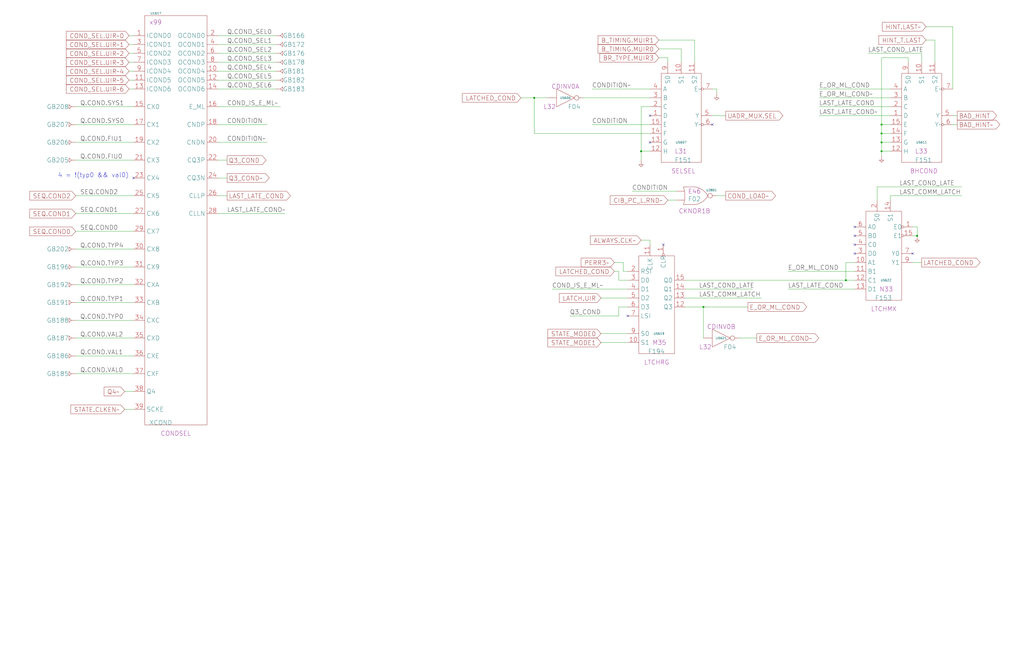
<source format=kicad_sch>
(kicad_sch (version 20230121) (generator eeschema)
  (paper "User" 584.2 378.46)
  (title_block (title "R1000 CONDITION SELECT") (date "22-MAY-90") (rev "1.0") (comment 1 "SEQUENCER") (comment 2 "232-003064") (comment 3 "S400") (comment 4 "RELEASED"))
  (lib_symbols
    (symbol "r1000:F02" (pin_numbers hide) (pin_names hide)
      (property "Reference" "U" (at 12.16 0.635 0))
      (property "Value" "F02" (at -1.27 -4.445 0))
      (property "Location" "___" (at 2.54 0 0))
      (property "Name" "______" (at 2.54 -12.7 0))
      (symbol "F02_0_1"
        (arc (start -3.81 -7.62) (mid -2.9847 -2.54) (end -3.81 2.54) (stroke (width 0.1524)))
        (polyline (pts (xy -5.08 -5.08) (xy -3.175 -5.08)) (stroke (width 0.1524)))
        (polyline (pts (xy -5.08 0) (xy -3.175 0)) (stroke (width 0.1524)))
        (polyline (pts (xy -3.81 -7.62) (xy 2.54 -7.62)) (stroke (width 0.1524)))
        (polyline (pts (xy -3.81 2.54) (xy 2.54 2.54)) (stroke (width 0.1524)))
        (polyline (pts (xy 13.97 -2.54) (xy 12.7 -2.54)) (stroke (width 0.1524)))
        (arc (start 2.54 -7.62) (mid 6.9515 -5.9823) (end 10.16 -2.54) (stroke (width 0.1524)))
        (arc (start 10.16 -2.54) (mid 6.9478 0.8966) (end 2.54 2.54) (stroke (width 0.1524)))
        (circle (center 11.43 -2.54) (radius 1.27) (stroke (width 0.1524)))
      )
      (symbol "F02_0_2"
        (circle (center -3.81 -5.08) (radius 1.27) (stroke (width 0.1524)))
        (circle (center -3.81 0) (radius 1.27) (stroke (width 0.1524)))
        (polyline (pts (xy -2.54 -7.62) (xy 5.08 -7.62)) (stroke (width 0.1524)))
        (polyline (pts (xy -2.54 2.54) (xy -2.54 -7.62)) (stroke (width 0.1524)))
        (polyline (pts (xy -2.54 2.54) (xy 5.08 2.54)) (stroke (width 0.1524)))
        (polyline (pts (xy 11.43 -2.54) (xy 10.16 -2.54)) (stroke (width 0.1524)))
        (polyline (pts (xy 11.43 -2.54) (xy 12.7 -2.54)) (stroke (width 0.1524)))
        (arc (start 5.08 -7.62) (mid 10.1282 -2.54) (end 5.08 2.54) (stroke (width 0.1524)))
      )
      (symbol "F02_1_1"
        (pin input line (at -7.62 0 0) (length 2.54) (name "D0") (number "1"))
        (pin input line (at -7.62 -5.08 0) (length 2.54) (name "D1") (number "2"))
        (pin output line (at 15.24 -2.54 180) (length 1.27) (name "Q") (number "3"))
      )
      (symbol "F02_1_2"
        (pin input line (at -7.62 0 0) (length 2.54) (name "D0") (number "1"))
        (pin input line (at -7.62 -5.08 0) (length 2.54) (name "D1") (number "2"))
        (pin output line (at 15.24 -2.54 180) (length 2.54) (name "Q") (number "3"))
      )
    )
    (symbol "r1000:F04" (pin_numbers hide) (pin_names hide)
      (property "Reference" "U" (at 0 0 0))
      (property "Value" "F04" (at 1.27 -5.08 0))
      (property "Location" "___" (at -12.7 -5.08 0))
      (property "Name" "______" (at 0 5.08 0))
      (symbol "F04_0_1"
        (polyline (pts (xy -7.62 0) (xy -5.08 0)) (stroke (width 0.1524)))
        (polyline (pts (xy -5.08 5.08) (xy -5.08 -5.08)) (stroke (width 0.1524)))
        (polyline (pts (xy 5.08 0) (xy -5.08 -5.08)) (stroke (width 0.1524)))
        (polyline (pts (xy 5.08 0) (xy -5.08 5.08)) (stroke (width 0.1524)))
        (circle (center 6.35 0) (radius 1.27) (stroke (width 0.1524)))
      )
      (symbol "F04_1_1"
        (pin input line (at -10.16 0 0) (length 2.54) (name "D0") (number "1"))
        (pin output line (at 10.16 0 180) (length 2.54) (name "Q") (number "2"))
      )
    )
    (symbol "r1000:F151" (pin_names (offset 1.016))
      (property "Reference" "U" (at 2.54 5.08 0))
      (property "Value" "F151" (at -1.27 -5.08 0))
      (property "Location" "___" (at -1.27 0 0))
      (property "Name" "______" (at 3.81 -12.7 0))
      (symbol "F151_1_1"
        (rectangle (start -8.89 44.45) (end 13.97 -6.35))
        (circle (center 14.605 15.24) (radius 0.635))
        (circle (center 14.605 35.56) (radius 0.635))
        (pin input line (at -15.24 20.32 0) (length 6.35) (name "D") (number "1"))
        (pin input line (at 2.54 50.8 270) (length 6.35) (name "S1") (number "10"))
        (pin input line (at 10.16 50.8 270) (length 6.35) (name "S2") (number "11"))
        (pin input line (at -15.24 0 0) (length 6.35) (name "H") (number "12"))
        (pin input line (at -15.24 5.08 0) (length 6.35) (name "G") (number "13"))
        (pin input line (at -15.24 10.16 0) (length 6.35) (name "F") (number "14"))
        (pin input line (at -15.24 15.24 0) (length 6.35) (name "E") (number "15"))
        (pin input line (at -15.24 25.4 0) (length 6.35) (name "C") (number "2"))
        (pin input line (at -15.24 30.48 0) (length 6.35) (name "B") (number "3"))
        (pin input line (at -15.24 35.56 0) (length 6.35) (name "A") (number "4"))
        (pin output line (at 20.32 20.32 180) (length 6.35) (name "Y") (number "5"))
        (pin output line (at 20.32 15.24 180) (length 5.08) (name "Y~") (number "6"))
        (pin input line (at 20.32 35.56 180) (length 5.08) (name "E~") (number "7"))
        (pin input line (at -5.08 50.8 270) (length 6.35) (name "S0") (number "9"))
      )
    )
    (symbol "r1000:F153" (pin_names (offset 1.016))
      (property "Reference" "U" (at 2.54 5.08 0))
      (property "Value" "F153" (at -3.81 -5.08 0))
      (property "Location" "___" (at -1.27 0 0))
      (property "Name" "______" (at 1.27 -12.7 0))
      (symbol "F153_1_1"
        (rectangle (start -8.89 44.45) (end 11.43 -6.35))
        (circle (center 12.065 30.48) (radius 0.635))
        (circle (center 12.065 35.56) (radius 0.635))
        (pin input line (at 17.78 35.56 180) (length 5.08) (name "E0") (number "1"))
        (pin input line (at -15.24 15.24 0) (length 6.35) (name "A1") (number "10"))
        (pin input line (at -15.24 10.16 0) (length 6.35) (name "B1") (number "11"))
        (pin input line (at -15.24 5.08 0) (length 6.35) (name "C1") (number "12"))
        (pin input line (at -15.24 0 0) (length 6.35) (name "D1") (number "13"))
        (pin input line (at 5.08 50.8 270) (length 6.35) (name "S1") (number "14"))
        (pin input line (at 17.78 30.48 180) (length 5.08) (name "E1") (number "15"))
        (pin input line (at -2.54 50.8 270) (length 6.35) (name "S0") (number "2"))
        (pin input line (at -15.24 20.32 0) (length 6.35) (name "D0") (number "3"))
        (pin input line (at -15.24 25.4 0) (length 6.35) (name "C0") (number "4"))
        (pin input line (at -15.24 30.48 0) (length 6.35) (name "B0") (number "5"))
        (pin input line (at -15.24 35.56 0) (length 6.35) (name "A0") (number "6"))
        (pin output line (at 17.78 20.32 180) (length 6.35) (name "Y0") (number "7"))
        (pin output line (at 17.78 15.24 180) (length 6.35) (name "Y1") (number "9"))
      )
    )
    (symbol "r1000:F194" (pin_names (offset 1.016))
      (property "Reference" "U" (at 2.54 5.08 0))
      (property "Value" "F194" (at -3.81 -5.08 0))
      (property "Location" "___" (at -1.27 0 0))
      (property "Name" "______" (at 1.27 -12.7 0))
      (symbol "F194_1_1"
        (rectangle (start -8.89 49.53) (end 11.43 -6.35))
        (circle (center 5.08 50.165) (radius 0.635))
        (pin input line (at 5.08 55.88 270) (length 5.08) (name "CLR") (number "1"))
        (pin input line (at -15.24 0 0) (length 6.35) (name "S1") (number "10"))
        (pin input line (at -2.54 55.88 270) (length 6.35) (name "CLK") (number "11"))
        (pin output line (at 17.78 20.32 180) (length 6.35) (name "Q3") (number "12"))
        (pin output line (at 17.78 25.4 180) (length 6.35) (name "Q2") (number "13"))
        (pin output line (at 17.78 30.48 180) (length 6.35) (name "Q1") (number "14"))
        (pin output line (at 17.78 35.56 180) (length 6.35) (name "Q0") (number "15"))
        (pin input line (at -15.24 40.64 0) (length 6.35) (name "RSI") (number "2"))
        (pin input line (at -15.24 35.56 0) (length 6.35) (name "D0") (number "3"))
        (pin input line (at -15.24 30.48 0) (length 6.35) (name "D1") (number "4"))
        (pin input line (at -15.24 25.4 0) (length 6.35) (name "D2") (number "5"))
        (pin input line (at -15.24 20.32 0) (length 6.35) (name "D3") (number "6"))
        (pin input line (at -15.24 15.24 0) (length 6.35) (name "LSI") (number "7"))
        (pin input line (at -15.24 5.08 0) (length 6.35) (name "S0") (number "9"))
      )
    )
    (symbol "r1000:GB" (pin_numbers hide) (pin_names (offset 0) hide)
      (property "Reference" "GB" (at 3.81 0 0))
      (symbol "GB_0_1"
        (polyline (pts (xy 2.54 0) (xy 3.81 1.27) (xy 3.81 -1.27) (xy 2.54 0)) (stroke (width 0.1524)))
      )
      (symbol "GB_1_1"
        (pin bidirectional line (at 0 0 0) (length 2.54) (name "") (number "1"))
      )
    )
    (symbol "r1000:PD" (power) (pin_numbers hide) (pin_names hide) (in_bom no)
      (symbol "PD_0_1"
        (polyline (pts (xy 0 -2.54) (xy 1.27 -2.54) (xy 0 -3.81) (xy -1.27 -2.54) (xy 0 -2.54)) (stroke (width 0.1524)))
      )
      (symbol "PD_1_1"
        (pin power_in line (at 0 0 270) (length 2.54) (name "PD") (number "1"))
      )
    )
    (symbol "r1000:XCOND" (pin_names (offset 1.016))
      (property "Reference" "U" (at 2.54 5.08 0))
      (property "Value" "XCOND" (at -1.27 -228.6 0))
      (property "Location" "___" (at -1.27 0 0))
      (property "Name" "______" (at 13.97 -236.22 0))
      (symbol "XCOND_1_1"
        (rectangle (start -3.81 3.81) (end 31.75 -229.87))
        (pin input line (at -10.16 -7.62 0) (length 6.35) (name "ICOND0") (number "1"))
        (pin output line (at 38.1 -27.94 180) (length 6.35) (name "OCOND4") (number "10"))
        (pin input line (at -10.16 -33.02 0) (length 6.35) (name "ICOND5") (number "11"))
        (pin output line (at 38.1 -33.02 180) (length 6.35) (name "OCOND5") (number "12"))
        (pin input line (at -10.16 -38.1 0) (length 6.35) (name "ICOND6") (number "13"))
        (pin output line (at 38.1 -38.1 180) (length 6.35) (name "OCOND6") (number "14"))
        (pin input line (at -10.16 -48.26 0) (length 6.35) (name "CX0") (number "15"))
        (pin output line (at 38.1 -48.26 180) (length 6.35) (name "E_ML") (number "16"))
        (pin input line (at -10.16 -58.42 0) (length 6.35) (name "CX1") (number "17"))
        (pin output line (at 38.1 -58.42 180) (length 6.35) (name "CNDP") (number "18"))
        (pin input line (at -10.16 -68.58 0) (length 6.35) (name "CX2") (number "19"))
        (pin output line (at 38.1 -7.62 180) (length 6.35) (name "OCOND0") (number "2"))
        (pin output line (at 38.1 -68.58 180) (length 6.35) (name "CNDN") (number "20"))
        (pin input line (at -10.16 -78.74 0) (length 6.35) (name "CX3") (number "21"))
        (pin output line (at 38.1 -78.74 180) (length 6.35) (name "CQ3P") (number "22"))
        (pin input line (at -10.16 -88.9 0) (length 6.35) (name "CX4") (number "23"))
        (pin output line (at 38.1 -88.9 180) (length 6.35) (name "CQ3N") (number "24"))
        (pin input line (at -10.16 -99.06 0) (length 6.35) (name "CX5") (number "25"))
        (pin output line (at 38.1 -99.06 180) (length 6.35) (name "CLLP") (number "26"))
        (pin input line (at -10.16 -109.22 0) (length 6.35) (name "CX6") (number "27"))
        (pin output line (at 38.1 -109.22 180) (length 6.35) (name "CLLN") (number "28"))
        (pin input line (at -10.16 -119.38 0) (length 6.35) (name "CX7") (number "29"))
        (pin input line (at -10.16 -12.7 0) (length 6.35) (name "ICOND1") (number "3"))
        (pin input line (at -10.16 -129.54 0) (length 6.35) (name "CX8") (number "30"))
        (pin input line (at -10.16 -139.7 0) (length 6.35) (name "CX9") (number "31"))
        (pin input line (at -10.16 -149.86 0) (length 6.35) (name "CXA") (number "32"))
        (pin input line (at -10.16 -160.02 0) (length 6.35) (name "CXB") (number "33"))
        (pin input line (at -10.16 -170.18 0) (length 6.35) (name "CXC") (number "34"))
        (pin input line (at -10.16 -180.34 0) (length 6.35) (name "CXD") (number "35"))
        (pin input line (at -10.16 -190.5 0) (length 6.35) (name "CXE") (number "36"))
        (pin input line (at -10.16 -200.66 0) (length 6.35) (name "CXF") (number "37"))
        (pin input line (at -10.16 -210.82 0) (length 6.35) (name "Q4") (number "38"))
        (pin input line (at -10.16 -220.98 0) (length 6.35) (name "SCKE") (number "39"))
        (pin output line (at 38.1 -12.7 180) (length 6.35) (name "OCOND1") (number "4"))
        (pin input line (at -10.16 -17.78 0) (length 6.35) (name "ICOND2") (number "5"))
        (pin output line (at 38.1 -17.78 180) (length 6.35) (name "OCOND2") (number "6"))
        (pin input line (at -10.16 -22.86 0) (length 6.35) (name "ICOND3") (number "7"))
        (pin output line (at 38.1 -22.86 180) (length 6.35) (name "OCOND3") (number "8"))
        (pin input line (at -10.16 -27.94 0) (length 6.35) (name "ICOND4") (number "9"))
      )
    )
  )
  (junction (at 502.92 81.28))
  (junction (at 482.6 160.02))
  (junction (at 502.92 71.12))
  (junction (at 502.92 86.36))
  (junction (at 365.76 86.36))
  (junction (at 502.92 76.2))
  (junction (at 523.24 134.62))
  (junction (at 304.8 55.88))
  (junction (at 401.32 175.26))
  (no_connect (at 487.68 139.7))
  (no_connect (at 520.7 144.78))
  (no_connect (at 370.84 66.04))
  (no_connect (at 487.68 144.78))
  (no_connect (at 76.2 101.6))
  (no_connect (at 378.46 139.7))
  (no_connect (at 487.68 134.62))
  (no_connect (at 406.4 71.12))
  (no_connect (at 358.14 180.34))
  (no_connect (at 487.68 129.54))
  (no_connect (at 370.84 81.28))
  (wire (pts (xy 360.68 109.22) (xy 386.08 109.22)))
  (wire (pts (xy 73.66 20.32) (xy 76.2 20.32)))
  (wire (pts (xy 353.06 154.94) (xy 353.06 160.02)))
  (wire (pts (xy 350.52 149.86) (xy 355.6 149.86)))
  (wire (pts (xy 353.06 180.34) (xy 353.06 175.26)))
  (wire (pts (xy 342.9 190.5) (xy 358.14 190.5)))
  (wire (pts (xy 124.46 60.96) (xy 160.02 60.96)))
  (wire (pts (xy 365.76 86.36) (xy 365.76 60.96)))
  (wire (pts (xy 43.18 203.2) (xy 76.2 203.2)))
  (wire (pts (xy 124.46 25.4) (xy 157.48 25.4)))
  (wire (pts (xy 520.7 149.86) (xy 525.78 149.86)))
  (wire (pts (xy 124.46 121.92) (xy 162.56 121.92)))
  (wire (pts (xy 43.18 111.76) (xy 76.2 111.76)))
  (wire (pts (xy 508 111.76) (xy 508 114.3)))
  (wire (pts (xy 342.9 170.18) (xy 358.14 170.18)))
  (wire (pts (xy 518.16 33.02) (xy 518.16 35.56)))
  (wire (pts (xy 502.92 71.12) (xy 502.92 76.2)))
  (wire (pts (xy 502.92 76.2) (xy 508 76.2)))
  (wire (pts (xy 500.38 106.68) (xy 500.38 114.3)))
  (wire (pts (xy 502.92 33.02) (xy 518.16 33.02)))
  (wire (pts (xy 337.82 71.12) (xy 370.84 71.12)))
  (wire (pts (xy 304.8 76.2) (xy 304.8 55.88)))
  (wire (pts (xy 533.4 22.86) (xy 533.4 35.56)))
  (wire (pts (xy 43.18 121.92) (xy 76.2 121.92)))
  (wire (pts (xy 408.94 111.76) (xy 414.02 111.76)))
  (wire (pts (xy 449.58 154.94) (xy 487.68 154.94)))
  (wire (pts (xy 525.78 30.48) (xy 525.78 35.56)))
  (wire (pts (xy 124.46 71.12) (xy 152.4 71.12)))
  (wire (pts (xy 467.36 60.96) (xy 508 60.96)))
  (wire (pts (xy 370.84 76.2) (xy 304.8 76.2)))
  (wire (pts (xy 355.6 149.86) (xy 355.6 154.94)))
  (wire (pts (xy 297.18 55.88) (xy 304.8 55.88)))
  (wire (pts (xy 124.46 45.72) (xy 157.48 45.72)))
  (wire (pts (xy 353.06 175.26) (xy 358.14 175.26)))
  (wire (pts (xy 304.8 55.88) (xy 312.42 55.88)))
  (wire (pts (xy 43.18 162.56) (xy 76.2 162.56)))
  (wire (pts (xy 396.24 22.86) (xy 396.24 35.56)))
  (wire (pts (xy 502.92 86.36) (xy 508 86.36)))
  (wire (pts (xy 73.66 45.72) (xy 76.2 45.72)))
  (wire (pts (xy 73.66 35.56) (xy 76.2 35.56)))
  (wire (pts (xy 43.18 142.24) (xy 76.2 142.24)))
  (wire (pts (xy 124.46 20.32) (xy 157.48 20.32)))
  (wire (pts (xy 467.36 55.88) (xy 508 55.88)))
  (wire (pts (xy 43.18 152.4) (xy 76.2 152.4)))
  (wire (pts (xy 543.56 66.04) (xy 546.1 66.04)))
  (wire (pts (xy 370.84 137.16) (xy 370.84 139.7)))
  (wire (pts (xy 124.46 101.6) (xy 129.54 101.6)))
  (wire (pts (xy 365.76 60.96) (xy 370.84 60.96)))
  (wire (pts (xy 502.92 81.28) (xy 508 81.28)))
  (wire (pts (xy 543.56 15.24) (xy 543.56 50.8)))
  (wire (pts (xy 391.16 165.1) (xy 429.26 165.1)))
  (wire (pts (xy 43.18 182.88) (xy 76.2 182.88)))
  (wire (pts (xy 332.74 55.88) (xy 370.84 55.88)))
  (wire (pts (xy 421.64 193.04) (xy 431.8 193.04)))
  (wire (pts (xy 124.46 50.8) (xy 157.48 50.8)))
  (wire (pts (xy 520.7 134.62) (xy 523.24 134.62)))
  (wire (pts (xy 388.62 27.94) (xy 388.62 35.56)))
  (wire (pts (xy 375.92 22.86) (xy 396.24 22.86)))
  (wire (pts (xy 43.18 71.12) (xy 76.2 71.12)))
  (wire (pts (xy 381 35.56) (xy 381 33.02)))
  (wire (pts (xy 401.32 175.26) (xy 401.32 193.04)))
  (wire (pts (xy 520.7 129.54) (xy 523.24 129.54)))
  (wire (pts (xy 375.92 27.94) (xy 388.62 27.94)))
  (wire (pts (xy 391.16 170.18) (xy 434.34 170.18)))
  (wire (pts (xy 365.76 91.44) (xy 365.76 86.36)))
  (wire (pts (xy 353.06 160.02) (xy 358.14 160.02)))
  (wire (pts (xy 43.18 213.36) (xy 76.2 213.36)))
  (wire (pts (xy 342.9 195.58) (xy 358.14 195.58)))
  (wire (pts (xy 482.6 160.02) (xy 482.6 149.86)))
  (wire (pts (xy 406.4 50.8) (xy 408.94 50.8)))
  (wire (pts (xy 124.46 81.28) (xy 152.4 81.28)))
  (wire (pts (xy 508 111.76) (xy 548.64 111.76)))
  (wire (pts (xy 43.18 81.28) (xy 76.2 81.28)))
  (wire (pts (xy 43.18 132.08) (xy 76.2 132.08)))
  (wire (pts (xy 71.12 223.52) (xy 76.2 223.52)))
  (wire (pts (xy 124.46 111.76) (xy 129.54 111.76)))
  (wire (pts (xy 73.66 50.8) (xy 76.2 50.8)))
  (wire (pts (xy 43.18 193.04) (xy 76.2 193.04)))
  (wire (pts (xy 523.24 129.54) (xy 523.24 134.62)))
  (wire (pts (xy 528.32 15.24) (xy 543.56 15.24)))
  (wire (pts (xy 43.18 91.44) (xy 76.2 91.44)))
  (wire (pts (xy 73.66 30.48) (xy 76.2 30.48)))
  (wire (pts (xy 528.32 22.86) (xy 533.4 22.86)))
  (wire (pts (xy 355.6 154.94) (xy 358.14 154.94)))
  (wire (pts (xy 508 71.12) (xy 502.92 71.12)))
  (wire (pts (xy 495.3 30.48) (xy 525.78 30.48)))
  (wire (pts (xy 467.36 66.04) (xy 508 66.04)))
  (wire (pts (xy 381 33.02) (xy 375.92 33.02)))
  (wire (pts (xy 365.76 86.36) (xy 370.84 86.36)))
  (wire (pts (xy 365.76 137.16) (xy 370.84 137.16)))
  (wire (pts (xy 482.6 160.02) (xy 487.68 160.02)))
  (wire (pts (xy 73.66 40.64) (xy 76.2 40.64)))
  (wire (pts (xy 124.46 35.56) (xy 157.48 35.56)))
  (wire (pts (xy 500.38 106.68) (xy 548.64 106.68)))
  (wire (pts (xy 350.52 154.94) (xy 353.06 154.94)))
  (wire (pts (xy 406.4 66.04) (xy 414.02 66.04)))
  (wire (pts (xy 408.94 50.8) (xy 408.94 53.34)))
  (wire (pts (xy 124.46 91.44) (xy 129.54 91.44)))
  (wire (pts (xy 314.96 165.1) (xy 358.14 165.1)))
  (wire (pts (xy 502.92 86.36) (xy 502.92 88.9)))
  (wire (pts (xy 381 114.3) (xy 386.08 114.3)))
  (wire (pts (xy 401.32 175.26) (xy 426.72 175.26)))
  (wire (pts (xy 43.18 172.72) (xy 76.2 172.72)))
  (wire (pts (xy 502.92 76.2) (xy 502.92 81.28)))
  (wire (pts (xy 502.92 33.02) (xy 502.92 71.12)))
  (wire (pts (xy 391.16 175.26) (xy 401.32 175.26)))
  (wire (pts (xy 502.92 81.28) (xy 502.92 86.36)))
  (wire (pts (xy 43.18 60.96) (xy 76.2 60.96)))
  (wire (pts (xy 543.56 71.12) (xy 546.1 71.12)))
  (wire (pts (xy 71.12 233.68) (xy 76.2 233.68)))
  (wire (pts (xy 449.58 165.1) (xy 487.68 165.1)))
  (wire (pts (xy 467.36 50.8) (xy 508 50.8)))
  (wire (pts (xy 391.16 160.02) (xy 482.6 160.02)))
  (wire (pts (xy 482.6 149.86) (xy 487.68 149.86)))
  (wire (pts (xy 73.66 25.4) (xy 76.2 25.4)))
  (wire (pts (xy 124.46 30.48) (xy 157.48 30.48)))
  (wire (pts (xy 325.12 180.34) (xy 353.06 180.34)))
  (wire (pts (xy 124.46 40.64) (xy 157.48 40.64)))
  (wire (pts (xy 337.82 50.8) (xy 370.84 50.8)))
  (text "4 = !(typ0 && val0)" (at 33.02 101.6 0) (effects (font (size 2.54 2.54)) (justify left bottom)))
  (label "CONDITION" (at 129.54 71.12 0) (effects (font (size 2.54 2.54))))
  (label "Q3_COND" (at 325.12 180.34 0) (effects (font (size 2.54 2.54))))
  (label "LAST_COMM_LATCH" (at 398.78 170.18 0) (effects (font (size 2.54 2.54))))
  (label "CONDITION" (at 337.82 71.12 0) (effects (font (size 2.54 2.54))))
  (label "Q.COND_SEL2" (at 129.54 30.48 0) (effects (font (size 2.54 2.54))))
  (label "E_OR_ML_COND~" (at 467.36 55.88 0) (effects (font (size 2.54 2.54))))
  (label "LAST_COMM_LATCH" (at 513.08 111.76 0) (effects (font (size 2.54 2.54))))
  (label "COND_IS_E_ML~" (at 129.54 60.96 0) (effects (font (size 2.54 2.54))))
  (label "Q.COND.SYS0" (at 45.72 71.12 0) (effects (font (size 2.54 2.54))))
  (label "LAST_LATE_COND~" (at 129.54 121.92 0) (effects (font (size 2.54 2.54))))
  (label "Q.COND.VAL1" (at 45.72 203.2 0) (effects (font (size 2.54 2.54))))
  (label "SEQ.COND1" (at 45.72 121.92 0) (effects (font (size 2.54 2.54))))
  (label "Q.COND.TYP1" (at 45.72 172.72 0) (effects (font (size 2.54 2.54))))
  (label "Q.COND_SEL1" (at 129.54 25.4 0) (effects (font (size 2.54 2.54))))
  (label "Q.COND.VAL0" (at 45.72 213.36 0) (effects (font (size 2.54 2.54))))
  (label "Q.COND_SEL4" (at 129.54 40.64 0) (effects (font (size 2.54 2.54))))
  (label "CONDITION~" (at 129.54 81.28 0) (effects (font (size 2.54 2.54))))
  (label "Q.COND_SEL5" (at 129.54 45.72 0) (effects (font (size 2.54 2.54))))
  (label "E_OR_ML_COND" (at 449.58 154.94 0) (effects (font (size 2.54 2.54))))
  (label "LAST_COND_LATE" (at 495.3 30.48 0) (effects (font (size 2.54 2.54))))
  (label "Q.COND.FIU0" (at 45.72 91.44 0) (effects (font (size 2.54 2.54))))
  (label "LAST_LATE_COND" (at 449.58 165.1 0) (effects (font (size 2.54 2.54))))
  (label "LAST_COND_LATE" (at 513.08 106.68 0) (effects (font (size 2.54 2.54))))
  (label "LAST_LATE_COND" (at 467.36 60.96 0) (effects (font (size 2.54 2.54))))
  (label "Q.COND.TYP4" (at 45.72 142.24 0) (effects (font (size 2.54 2.54))))
  (label "LAST_LATE_COND~" (at 467.36 66.04 0) (effects (font (size 2.54 2.54))))
  (label "Q.COND_SEL3" (at 129.54 35.56 0) (effects (font (size 2.54 2.54))))
  (label "CONDITION~" (at 337.82 50.8 0) (effects (font (size 2.54 2.54))))
  (label "Q.COND.FIU1" (at 45.72 81.28 0) (effects (font (size 2.54 2.54))))
  (label "Q.COND.SYS1" (at 45.72 60.96 0) (effects (font (size 2.54 2.54))))
  (label "Q.COND_SEL6" (at 129.54 50.8 0) (effects (font (size 2.54 2.54))))
  (label "SEQ.COND0" (at 45.72 132.08 0) (effects (font (size 2.54 2.54))))
  (label "COND_IS_E_ML~" (at 314.96 165.1 0) (effects (font (size 2.54 2.54))))
  (label "SEQ.COND2" (at 45.72 111.76 0) (effects (font (size 2.54 2.54))))
  (label "LAST_COND_LATE" (at 398.78 165.1 0) (effects (font (size 2.54 2.54))))
  (label "Q.COND.TYP0" (at 45.72 182.88 0) (effects (font (size 2.54 2.54))))
  (label "Q.COND.TYP2" (at 45.72 162.56 0) (effects (font (size 2.54 2.54))))
  (label "Q.COND.VAL2" (at 45.72 193.04 0) (effects (font (size 2.54 2.54))))
  (label "E_OR_ML_COND" (at 467.36 50.8 0) (effects (font (size 2.54 2.54))))
  (label "CONDITION" (at 360.68 109.22 0) (effects (font (size 2.54 2.54))))
  (label "Q.COND_SEL0" (at 129.54 20.32 0) (effects (font (size 2.54 2.54))))
  (label "Q.COND.TYP3" (at 45.72 152.4 0) (effects (font (size 2.54 2.54))))
  (global_label "PERR3~" (shape input) (at 350.52 149.86 180) (effects (font (size 2.54 2.54))) (property "Intersheetrefs" "${INTERSHEET_REFS}" (at 331.5426 149.7013 0) (effects (font (size 1.905 1.905)) (justify right))))
  (global_label "HINT.LAST~" (shape input) (at 528.32 15.24 180) (effects (font (size 2.54 2.54))) (property "Intersheetrefs" "${INTERSHEET_REFS}" (at 503.4159 15.0813 0) (effects (font (size 1.905 1.905)) (justify right))))
  (global_label "LATCH.UIR" (shape input) (at 342.9 170.18 180) (effects (font (size 2.54 2.54))) (property "Intersheetrefs" "${INTERSHEET_REFS}" (at 319.0845 170.0213 0) (effects (font (size 1.905 1.905)) (justify right))))
  (global_label "LATCHED_COND" (shape input) (at 350.52 154.94 180) (effects (font (size 2.54 2.54))) (property "Intersheetrefs" "${INTERSHEET_REFS}" (at 317.1492 154.7813 0) (effects (font (size 1.905 1.905)) (justify right))))
  (global_label "COND_SEL.UIR~3" (shape input) (at 73.66 35.56 180) (effects (font (size 2.54 2.54))) (property "Intersheetrefs" "${INTERSHEET_REFS}" (at 37.8702 35.4013 0) (effects (font (size 1.905 1.905)) (justify right))))
  (global_label "Q4~" (shape input) (at 71.12 223.52 180) (effects (font (size 2.54 2.54))) (property "Intersheetrefs" "${INTERSHEET_REFS}" (at 58.2247 223.52 0) (effects (justify right))))
  (global_label "STATE_MODE1" (shape input) (at 342.9 195.58 180) (effects (font (size 2.54 2.54))) (property "Intersheetrefs" "${INTERSHEET_REFS}" (at 312.553 195.4213 0) (effects (font (size 1.905 1.905)) (justify right))))
  (global_label "STATE.CLKEN~" (shape input) (at 71.12 233.68 180) (effects (font (size 2.54 2.54))) (property "Intersheetrefs" "${INTERSHEET_REFS}" (at 34.2416 233.5213 0) (effects (font (size 1.905 1.905)) (justify right))))
  (global_label "COND_SEL.UIR~2" (shape input) (at 73.66 30.48 180) (effects (font (size 2.54 2.54))) (property "Intersheetrefs" "${INTERSHEET_REFS}" (at 37.8702 30.3213 0) (effects (font (size 1.905 1.905)) (justify right))))
  (global_label "HINT_T.LAST" (shape input) (at 528.32 22.86 180) (effects (font (size 2.54 2.54))) (property "Intersheetrefs" "${INTERSHEET_REFS}" (at 501.3597 22.7013 0) (effects (font (size 1.905 1.905)) (justify right))))
  (global_label "COND_SEL.UIR~6" (shape input) (at 73.66 50.8 180) (effects (font (size 2.54 2.54))) (property "Intersheetrefs" "${INTERSHEET_REFS}" (at 37.8702 50.6413 0) (effects (font (size 1.905 1.905)) (justify right))))
  (global_label "SEQ.COND1" (shape input) (at 43.18 121.92 180) (effects (font (size 2.54 2.54))) (property "Intersheetrefs" "${INTERSHEET_REFS}" (at 16.9454 122.0787 0) (effects (font (size 1.905 1.905)) (justify right))))
  (global_label "BAD_HINT~" (shape output) (at 546.1 71.12 0) (effects (font (size 2.54 2.54))) (property "Intersheetrefs" "${INTERSHEET_REFS}" (at 570.3993 70.9613 0) (effects (font (size 1.905 1.905)) (justify left))))
  (global_label "SEQ.COND0" (shape input) (at 43.18 132.08 180) (effects (font (size 2.54 2.54))) (property "Intersheetrefs" "${INTERSHEET_REFS}" (at 16.9454 132.2387 0) (effects (font (size 1.905 1.905)) (justify right))))
  (global_label "COND_SEL.UIR~1" (shape input) (at 73.66 25.4 180) (effects (font (size 2.54 2.54))) (property "Intersheetrefs" "${INTERSHEET_REFS}" (at 37.8702 25.2413 0) (effects (font (size 1.905 1.905)) (justify right))))
  (global_label "CIB_PC_L.RND~" (shape input) (at 381 114.3 180) (effects (font (size 2.54 2.54))) (property "Intersheetrefs" "${INTERSHEET_REFS}" (at 348.113 114.1413 0) (effects (font (size 1.905 1.905)) (justify right))))
  (global_label "BR_TYPE.MUIR3" (shape input) (at 375.92 33.02 180) (effects (font (size 2.54 2.54))) (property "Intersheetrefs" "${INTERSHEET_REFS}" (at 342.1864 32.8613 0) (effects (font (size 1.905 1.905)) (justify right))))
  (global_label "Q3_COND" (shape output) (at 129.54 91.44 0) (effects (font (size 2.54 2.54))) (property "Intersheetrefs" "${INTERSHEET_REFS}" (at 151.7831 91.5987 0) (effects (font (size 1.905 1.905)) (justify left))))
  (global_label "Q3_COND~" (shape output) (at 129.54 101.6 0) (effects (font (size 2.54 2.54))) (property "Intersheetrefs" "${INTERSHEET_REFS}" (at 153.5974 101.7587 0) (effects (font (size 1.905 1.905)) (justify left))))
  (global_label "E_OR_ML_COND~" (shape output) (at 431.8 193.04 0) (effects (font (size 2.54 2.54))) (property "Intersheetrefs" "${INTERSHEET_REFS}" (at 467.106 192.8813 0) (effects (font (size 1.905 1.905)) (justify left))))
  (global_label "COND_LOAD~" (shape output) (at 414.02 111.76 0) (effects (font (size 2.54 2.54))) (property "Intersheetrefs" "${INTERSHEET_REFS}" (at 442.4317 111.6013 0) (effects (font (size 1.905 1.905)) (justify left))))
  (global_label "BAD_HINT" (shape output) (at 546.1 66.04 0) (effects (font (size 2.54 2.54))) (property "Intersheetrefs" "${INTERSHEET_REFS}" (at 568.585 65.8813 0) (effects (font (size 1.905 1.905)) (justify left))))
  (global_label "ALWAYS.CLK~" (shape input) (at 365.76 137.16 180) (effects (font (size 2.54 2.54))) (property "Intersheetrefs" "${INTERSHEET_REFS}" (at 330.6959 137.0013 0) (effects (font (size 1.905 1.905)) (justify right))))
  (global_label "COND_SEL.UIR~0" (shape input) (at 73.66 20.32 180) (effects (font (size 2.54 2.54))) (property "Intersheetrefs" "${INTERSHEET_REFS}" (at 37.8702 20.1613 0) (effects (font (size 1.905 1.905)) (justify right))))
  (global_label "SEQ.COND2" (shape input) (at 43.18 111.76 180) (effects (font (size 2.54 2.54))) (property "Intersheetrefs" "${INTERSHEET_REFS}" (at 16.9454 111.9187 0) (effects (font (size 1.905 1.905)) (justify right))))
  (global_label "LATCHED_COND" (shape input) (at 297.18 55.88 180) (effects (font (size 2.54 2.54))) (property "Intersheetrefs" "${INTERSHEET_REFS}" (at 263.8092 55.7213 0) (effects (font (size 1.905 1.905)) (justify right))))
  (global_label "COND_SEL.UIR~5" (shape input) (at 73.66 45.72 180) (effects (font (size 2.54 2.54))) (property "Intersheetrefs" "${INTERSHEET_REFS}" (at 37.8702 45.5613 0) (effects (font (size 1.905 1.905)) (justify right))))
  (global_label "B_TIMING.MUIR0" (shape input) (at 375.92 27.94 180) (effects (font (size 2.54 2.54))) (property "Intersheetrefs" "${INTERSHEET_REFS}" (at 341.2188 27.7813 0) (effects (font (size 1.905 1.905)) (justify right))))
  (global_label "LATCHED_COND" (shape output) (at 525.78 149.86 0) (effects (font (size 2.54 2.54))) (property "Intersheetrefs" "${INTERSHEET_REFS}" (at 560.3258 149.86 0) (effects (font (size 1.905 1.905)) (justify left))))
  (global_label "STATE_MODE0" (shape input) (at 342.9 190.5 180) (effects (font (size 2.54 2.54))) (property "Intersheetrefs" "${INTERSHEET_REFS}" (at 312.553 190.3413 0) (effects (font (size 1.905 1.905)) (justify right))))
  (global_label "UADR_MUX.SEL" (shape output) (at 414.02 66.04 0) (effects (font (size 2.54 2.54))) (property "Intersheetrefs" "${INTERSHEET_REFS}" (at 446.665 65.8813 0) (effects (font (size 1.905 1.905)) (justify left))))
  (global_label "LAST_LATE_COND" (shape output) (at 129.54 111.76 0) (effects (font (size 2.54 2.54))) (property "Intersheetrefs" "${INTERSHEET_REFS}" (at 165.6927 111.6013 0) (effects (font (size 1.905 1.905)) (justify left))))
  (global_label "E_OR_ML_COND" (shape output) (at 426.72 175.26 0) (effects (font (size 2.54 2.54))) (property "Intersheetrefs" "${INTERSHEET_REFS}" (at 460.2117 175.1013 0) (effects (font (size 1.905 1.905)) (justify left))))
  (global_label "COND_SEL.UIR~4" (shape input) (at 73.66 40.64 180) (effects (font (size 2.54 2.54))) (property "Intersheetrefs" "${INTERSHEET_REFS}" (at 37.8702 40.4813 0) (effects (font (size 1.905 1.905)) (justify right))))
  (global_label "B_TIMING.MUIR1" (shape input) (at 375.92 22.86 180) (effects (font (size 2.54 2.54))) (property "Intersheetrefs" "${INTERSHEET_REFS}" (at 341.2188 22.7013 0) (effects (font (size 1.905 1.905)) (justify right))))
  (symbol (lib_id "r1000:F151") (at 386.08 86.36 0) (unit 1)
    (property "Reference" "U5607" (at 388.62 81.28 0))
    (property "Value" "F151" (at 384.81 91.44 0) (effects (font (size 2.54 2.54)) (justify left)))
    (property "Location" "L31" (at 384.81 86.36 0) (effects (font (size 2.54 2.54)) (justify left)))
    (property "Name" "SELSEL" (at 389.89 99.06 0) (effects (font (size 2.54 2.54)) (justify bottom)))
  )
  (symbol (lib_id "r1000:GB") (at 43.18 172.72 180) (unit 1)
    (property "Reference" "GB191" (at 39.37 172.72 0) (effects (font (size 2.54 2.54)) (justify left)))
    (property "Value" "GB" (effects hide))
  )
  (symbol (lib_id "r1000:F153") (at 502.92 165.1 0) (unit 1)
    (property "Reference" "U5622" (at 505.46 160.02 0))
    (property "Value" "F153" (at 499.11 170.18 0) (effects (font (size 2.54 2.54)) (justify left)))
    (property "Location" "N33" (at 501.65 165.1 0) (effects (font (size 2.54 2.54)) (justify left)))
    (property "Name" "LTCHMX" (at 504.19 177.8 0) (effects (font (size 2.54 2.54)) (justify bottom)))
  )
  (symbol (lib_id "r1000:GB") (at 43.18 213.36 180) (unit 1)
    (property "Reference" "GB185" (at 39.37 213.36 0) (effects (font (size 2.54 2.54)) (justify left)))
    (property "Value" "GB" (effects hide))
  )
  (symbol (lib_id "r1000:GB") (at 157.48 25.4 0) (unit 1)
    (property "Reference" "GB172" (at 161.29 25.4 0) (effects (font (size 2.54 2.54)) (justify left)))
    (property "Value" "GB" (effects hide))
  )
  (symbol (lib_id "r1000:GB") (at 43.18 162.56 180) (unit 1)
    (property "Reference" "GB192" (at 39.37 162.56 0) (effects (font (size 2.54 2.54)) (justify left)))
    (property "Value" "GB" (effects hide))
  )
  (symbol (lib_id "r1000:GB") (at 157.48 35.56 0) (unit 1)
    (property "Reference" "GB178" (at 161.29 35.56 0) (effects (font (size 2.54 2.54)) (justify left)))
    (property "Value" "GB" (effects hide))
  )
  (symbol (lib_id "r1000:F194") (at 373.38 195.58 0) (unit 1)
    (property "Reference" "U5619" (at 375.92 190.5 0))
    (property "Value" "F194" (at 369.57 200.66 0) (effects (font (size 2.54 2.54)) (justify left)))
    (property "Location" "M35" (at 372.11 195.58 0) (effects (font (size 2.54 2.54)) (justify left)))
    (property "Name" "LTCHRG" (at 374.65 208.28 0) (effects (font (size 2.54 2.54)) (justify bottom)))
  )
  (symbol (lib_id "r1000:GB") (at 43.18 81.28 180) (unit 1)
    (property "Reference" "GB206" (at 39.37 81.28 0) (effects (font (size 2.54 2.54)) (justify left)))
    (property "Value" "GB" (effects hide))
  )
  (symbol (lib_id "r1000:GB") (at 43.18 142.24 180) (unit 1)
    (property "Reference" "GB202" (at 39.37 142.24 0) (effects (font (size 2.54 2.54)) (justify left)))
    (property "Value" "GB" (effects hide))
  )
  (symbol (lib_id "r1000:XCOND") (at 86.36 12.7 0) (unit 1)
    (property "Reference" "U1617" (at 88.9 7.62 0))
    (property "Value" "XCOND" (at 85.09 241.3 0) (effects (font (size 2.54 2.54)) (justify left)))
    (property "Location" "x99" (at 85.09 12.7 0) (effects (font (size 2.54 2.54)) (justify left)))
    (property "Name" "CONDSEL" (at 100.33 248.92 0) (effects (font (size 2.54 2.54)) (justify bottom)))
  )
  (symbol (lib_id "r1000:GB") (at 43.18 182.88 180) (unit 1)
    (property "Reference" "GB188" (at 39.37 182.88 0) (effects (font (size 2.54 2.54)) (justify left)))
    (property "Value" "GB" (effects hide))
  )
  (symbol (lib_id "r1000:F04") (at 411.48 193.04 0) (unit 1)
    (property "Reference" "U5621" (at 411.48 193.04 0))
    (property "Value" "F04" (at 412.75 198.12 0) (effects (font (size 2.54 2.54)) (justify left)))
    (property "Location" "L32" (at 398.78 198.12 0) (effects (font (size 2.54 2.54)) (justify left)))
    (property "Name" "CDINV0B" (at 411.48 187.96 0) (effects (font (size 2.54 2.54)) (justify bottom)))
  )
  (symbol (lib_id "r1000:F151") (at 523.24 86.36 0) (unit 1)
    (property "Reference" "U5611" (at 525.78 81.28 0))
    (property "Value" "F151" (at 521.97 91.44 0) (effects (font (size 2.54 2.54)) (justify left)))
    (property "Location" "L33" (at 521.97 86.36 0) (effects (font (size 2.54 2.54)) (justify left)))
    (property "Name" "BHCOND" (at 527.05 99.06 0) (effects (font (size 2.54 2.54)) (justify bottom)))
  )
  (symbol (lib_id "r1000:PD") (at 365.76 91.44 0) (unit 1) (in_bom no)
    (property "Reference" "#PWR05603" (effects hide))
    (property "Value" "PD" (effects hide))
  )
  (symbol (lib_id "r1000:GB") (at 43.18 60.96 180) (unit 1)
    (property "Reference" "GB208" (at 39.37 60.96 0) (effects (font (size 2.54 2.54)) (justify left)))
    (property "Value" "GB" (effects hide))
  )
  (symbol (lib_id "r1000:GB") (at 43.18 152.4 180) (unit 1)
    (property "Reference" "GB196" (at 39.37 152.4 0) (effects (font (size 2.54 2.54)) (justify left)))
    (property "Value" "GB" (effects hide))
  )
  (symbol (lib_id "r1000:GB") (at 157.48 20.32 0) (unit 1)
    (property "Reference" "GB166" (at 161.29 20.32 0) (effects (font (size 2.54 2.54)) (justify left)))
    (property "Value" "GB" (effects hide))
  )
  (symbol (lib_id "r1000:GB") (at 157.48 40.64 0) (unit 1)
    (property "Reference" "GB181" (at 161.29 40.64 0) (effects (font (size 2.54 2.54)) (justify left)))
    (property "Value" "GB" (effects hide))
  )
  (symbol (lib_id "r1000:PD") (at 502.92 88.9 0) (unit 1) (in_bom no)
    (property "Reference" "#PWR05605" (effects hide))
    (property "Value" "PD" (effects hide))
  )
  (symbol (lib_id "r1000:GB") (at 157.48 45.72 0) (unit 1)
    (property "Reference" "GB182" (at 161.29 45.72 0) (effects (font (size 2.54 2.54)) (justify left)))
    (property "Value" "GB" (effects hide))
  )
  (symbol (lib_id "r1000:PD") (at 408.94 53.34 0) (unit 1) (in_bom no)
    (property "Reference" "#PWR05604" (effects hide))
    (property "Value" "PD" (effects hide))
  )
  (symbol (lib_id "r1000:F02") (at 393.7 109.22 0) (unit 1)
    (property "Reference" "U2801" (at 405.86 108.585 0))
    (property "Value" "F02" (at 392.43 113.665 0) (effects (font (size 2.54 2.54)) (justify left)))
    (property "Location" "E46" (at 396.24 109.22 0) (effects (font (size 2.54 2.54))))
    (property "Name" "CKNOR1B" (at 396.24 121.92 0) (effects (font (size 2.54 2.54)) (justify bottom)))
  )
  (symbol (lib_id "r1000:GB") (at 157.48 30.48 0) (unit 1)
    (property "Reference" "GB176" (at 161.29 30.48 0) (effects (font (size 2.54 2.54)) (justify left)))
    (property "Value" "GB" (effects hide))
  )
  (symbol (lib_id "r1000:GB") (at 43.18 71.12 180) (unit 1)
    (property "Reference" "GB207" (at 39.37 71.12 0) (effects (font (size 2.54 2.54)) (justify left)))
    (property "Value" "GB" (effects hide))
  )
  (symbol (lib_id "r1000:GB") (at 43.18 193.04 180) (unit 1)
    (property "Reference" "GB187" (at 39.37 193.04 0) (effects (font (size 2.54 2.54)) (justify left)))
    (property "Value" "GB" (effects hide))
  )
  (symbol (lib_id "r1000:F04") (at 322.58 55.88 0) (unit 1)
    (property "Reference" "U5606" (at 322.58 55.88 0))
    (property "Value" "F04" (at 323.85 60.96 0) (effects (font (size 2.54 2.54)) (justify left)))
    (property "Location" "L32" (at 309.88 60.96 0) (effects (font (size 2.54 2.54)) (justify left)))
    (property "Name" "CDINV0A" (at 322.58 50.8 0) (effects (font (size 2.54 2.54)) (justify bottom)))
  )
  (symbol (lib_id "r1000:GB") (at 157.48 50.8 0) (unit 1)
    (property "Reference" "GB183" (at 161.29 50.8 0) (effects (font (size 2.54 2.54)) (justify left)))
    (property "Value" "GB" (effects hide))
  )
  (symbol (lib_id "r1000:GB") (at 43.18 203.2 180) (unit 1)
    (property "Reference" "GB186" (at 39.37 203.2 0) (effects (font (size 2.54 2.54)) (justify left)))
    (property "Value" "GB" (effects hide))
  )
  (symbol (lib_id "r1000:GB") (at 43.18 91.44 180) (unit 1)
    (property "Reference" "GB205" (at 39.37 91.44 0) (effects (font (size 2.54 2.54)) (justify left)))
    (property "Value" "GB" (effects hide))
  )
  (symbol (lib_id "r1000:PD") (at 523.24 134.62 0) (unit 1) (in_bom no)
    (property "Reference" "#PWR05611" (effects hide))
    (property "Value" "PD" (effects hide))
  )
)
</source>
